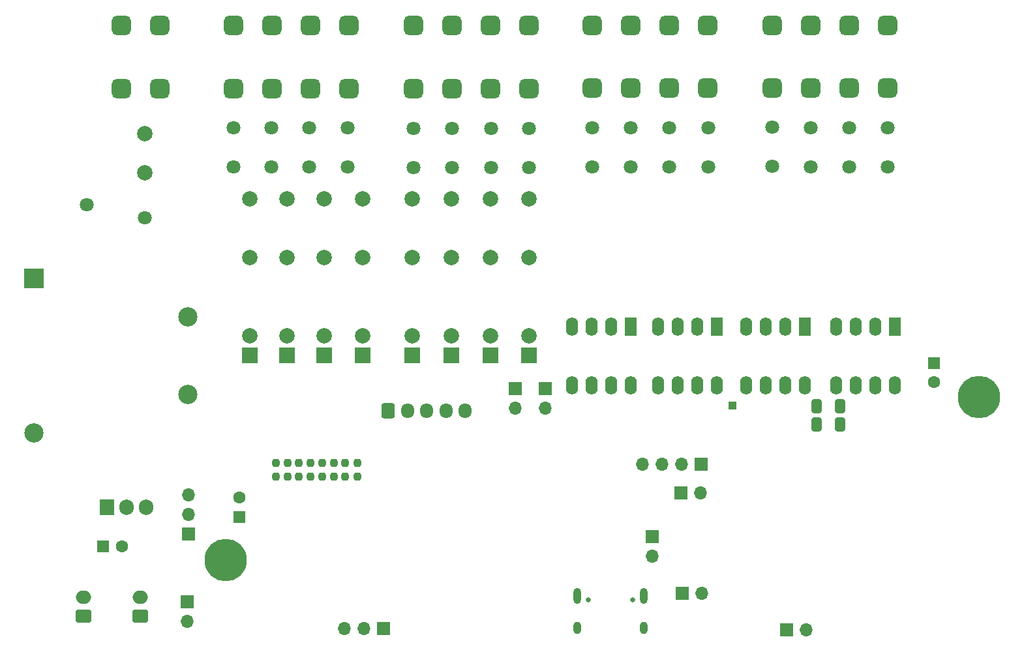
<source format=gbr>
%TF.GenerationSoftware,KiCad,Pcbnew,8.0.4*%
%TF.CreationDate,2024-09-09T03:45:20+02:00*%
%TF.ProjectId,hamodule,68616d6f-6475-46c6-952e-6b696361645f,20240908.24.8-2*%
%TF.SameCoordinates,Original*%
%TF.FileFunction,Soldermask,Bot*%
%TF.FilePolarity,Negative*%
%FSLAX46Y46*%
G04 Gerber Fmt 4.6, Leading zero omitted, Abs format (unit mm)*
G04 Created by KiCad (PCBNEW 8.0.4) date 2024-09-09 03:45:20*
%MOMM*%
%LPD*%
G01*
G04 APERTURE LIST*
G04 Aperture macros list*
%AMRoundRect*
0 Rectangle with rounded corners*
0 $1 Rounding radius*
0 $2 $3 $4 $5 $6 $7 $8 $9 X,Y pos of 4 corners*
0 Add a 4 corners polygon primitive as box body*
4,1,4,$2,$3,$4,$5,$6,$7,$8,$9,$2,$3,0*
0 Add four circle primitives for the rounded corners*
1,1,$1+$1,$2,$3*
1,1,$1+$1,$4,$5*
1,1,$1+$1,$6,$7*
1,1,$1+$1,$8,$9*
0 Add four rect primitives between the rounded corners*
20,1,$1+$1,$2,$3,$4,$5,0*
20,1,$1+$1,$4,$5,$6,$7,0*
20,1,$1+$1,$6,$7,$8,$9,0*
20,1,$1+$1,$8,$9,$2,$3,0*%
G04 Aperture macros list end*
%ADD10R,1.700000X1.700000*%
%ADD11O,1.700000X1.700000*%
%ADD12C,1.800000*%
%ADD13RoundRect,0.250000X0.750000X-0.600000X0.750000X0.600000X-0.750000X0.600000X-0.750000X-0.600000X0*%
%ADD14O,2.000000X1.700000*%
%ADD15R,2.500000X2.500000*%
%ADD16C,2.500000*%
%ADD17R,1.905000X2.000000*%
%ADD18O,1.905000X2.000000*%
%ADD19RoundRect,0.625000X0.625000X0.625000X-0.625000X0.625000X-0.625000X-0.625000X0.625000X-0.625000X0*%
%ADD20C,2.000000*%
%ADD21R,1.600000X2.400000*%
%ADD22O,1.600000X2.400000*%
%ADD23R,1.600000X1.600000*%
%ADD24C,1.600000*%
%ADD25R,2.000000X2.000000*%
%ADD26R,1.000000X1.000000*%
%ADD27C,0.650000*%
%ADD28O,1.000000X2.100000*%
%ADD29O,1.000000X1.600000*%
%ADD30RoundRect,0.250000X-0.600000X-0.725000X0.600000X-0.725000X0.600000X0.725000X-0.600000X0.725000X0*%
%ADD31O,1.700000X1.950000*%
%ADD32C,5.500000*%
%ADD33RoundRect,0.250000X0.412500X0.650000X-0.412500X0.650000X-0.412500X-0.650000X0.412500X-0.650000X0*%
%ADD34RoundRect,0.237500X-0.237500X0.250000X-0.237500X-0.250000X0.237500X-0.250000X0.237500X0.250000X0*%
G04 APERTURE END LIST*
D10*
%TO.C,J5*%
X23674000Y5448400D03*
D11*
X23674000Y2908400D03*
%TD*%
D12*
%TO.C,RV1*%
X10626400Y57005330D03*
X18126400Y55372000D03*
%TD*%
D13*
%TO.C,J1*%
X17574000Y3568700D03*
D14*
X17574000Y6068700D03*
%TD*%
D15*
%TO.C,PS1*%
X3780000Y47421800D03*
D16*
X3780000Y27421800D03*
X23780000Y32421800D03*
X23780000Y42421800D03*
%TD*%
D17*
%TO.C,U1*%
X13242700Y17729200D03*
D18*
X15782700Y17729200D03*
X18322700Y17729200D03*
%TD*%
D19*
%TO.C,J15*%
X44691800Y72136000D03*
X44691800Y80335999D03*
X39691800Y72136000D03*
X39691800Y80335999D03*
X34691800Y72136000D03*
X34691800Y80335999D03*
X29691800Y72136000D03*
X29691800Y80335999D03*
%TD*%
%TO.C,J2*%
X20144000Y72112401D03*
X20144000Y80312400D03*
X15144000Y72112401D03*
X15144000Y80312400D03*
%TD*%
%TO.C,J7*%
X91264000Y72140201D03*
X91264000Y80340200D03*
X86264000Y72140201D03*
X86264000Y80340200D03*
X81264000Y72140201D03*
X81264000Y80340200D03*
X76264000Y72140201D03*
X76264000Y80340200D03*
%TD*%
D20*
%TO.C,F1*%
X18161000Y66243200D03*
X18151000Y61163200D03*
%TD*%
D21*
%TO.C,U4*%
X115513178Y41232282D03*
D22*
X112973178Y41232282D03*
X110433178Y41232282D03*
X107893178Y41232282D03*
X107893178Y33612282D03*
X110433178Y33612282D03*
X112973178Y33612282D03*
X115513178Y33612282D03*
%TD*%
D21*
%TO.C,U7*%
X81205300Y41228800D03*
D22*
X78665300Y41228800D03*
X76125300Y41228800D03*
X73585300Y41228800D03*
X73585300Y33608800D03*
X76125300Y33608800D03*
X78665300Y33608800D03*
X81205300Y33608800D03*
%TD*%
D21*
%TO.C,U6*%
X92381300Y41228800D03*
D22*
X89841300Y41228800D03*
X87301300Y41228800D03*
X84761300Y41228800D03*
X84761300Y33608800D03*
X87301300Y33608800D03*
X89841300Y33608800D03*
X92381300Y33608800D03*
%TD*%
D13*
%TO.C,J4*%
X10174000Y3568700D03*
D14*
X10174000Y6068700D03*
%TD*%
D10*
%TO.C,J10*%
X101429402Y1808701D03*
D11*
X103969402Y1808701D03*
%TD*%
D10*
%TO.C,J19*%
X70174000Y33168400D03*
D11*
X70174000Y30628400D03*
%TD*%
D23*
%TO.C,C19*%
X120624000Y36468400D03*
D24*
X120624000Y33968400D03*
%TD*%
D10*
%TO.C,J14*%
X90364000Y23368400D03*
D11*
X87824000Y23368400D03*
X85284000Y23368400D03*
X82744000Y23368400D03*
%TD*%
D19*
%TO.C,J6*%
X114621702Y72140201D03*
X114621702Y80340200D03*
X109621702Y72140201D03*
X109621702Y80340200D03*
X104621702Y72140201D03*
X104621702Y80340200D03*
X99621702Y72140201D03*
X99621702Y80340200D03*
%TD*%
%TO.C,J16*%
X68059800Y72136000D03*
X68059800Y80335999D03*
X63059800Y72136000D03*
X63059800Y80335999D03*
X58059800Y72136000D03*
X58059800Y80335999D03*
X53059800Y72136000D03*
X53059800Y80335999D03*
%TD*%
D12*
%TO.C,F15*%
X58026800Y61849000D03*
X58026800Y66929000D03*
%TD*%
D25*
%TO.C,K5*%
X52911000Y37424500D03*
D20*
X52911000Y39964500D03*
X52911000Y50124500D03*
X52911000Y57744500D03*
%TD*%
D10*
%TO.C,J12*%
X87724000Y19568400D03*
D11*
X90264000Y19568400D03*
%TD*%
D12*
%TO.C,F4*%
X81228000Y61952500D03*
X81228000Y67032500D03*
%TD*%
D23*
%TO.C,C18*%
X30424000Y16486020D03*
D24*
X30424000Y18986020D03*
%TD*%
D25*
%TO.C,K6*%
X57991000Y37424500D03*
D20*
X57991000Y39964500D03*
X57991000Y50124500D03*
X57991000Y57744500D03*
%TD*%
D12*
%TO.C,F2*%
X91286400Y61952500D03*
X91286400Y67032500D03*
%TD*%
D10*
%TO.C,J17*%
X66274000Y33158400D03*
D11*
X66274000Y30618400D03*
%TD*%
D10*
%TO.C,J13*%
X84039402Y13923701D03*
D11*
X84039402Y11383701D03*
%TD*%
D12*
%TO.C,F7*%
X109626400Y61950600D03*
X109626400Y67030600D03*
%TD*%
D10*
%TO.C,J11*%
X87929800Y6578600D03*
D11*
X90469800Y6578600D03*
%TD*%
D26*
%TO.C,TP1*%
X94424000Y30968400D03*
%TD*%
D12*
%TO.C,F8*%
X104621800Y61950600D03*
X104621800Y67030600D03*
%TD*%
%TO.C,F13*%
X44532300Y61935500D03*
X44532300Y67015500D03*
%TD*%
D21*
%TO.C,U5*%
X103829178Y41232282D03*
D22*
X101289178Y41232282D03*
X98749178Y41232282D03*
X96209178Y41232282D03*
X96209178Y33612282D03*
X98749178Y33612282D03*
X101289178Y33612282D03*
X103829178Y33612282D03*
%TD*%
D10*
%TO.C,J8*%
X49116800Y1966700D03*
D11*
X46576800Y1966700D03*
X44036800Y1966700D03*
%TD*%
D12*
%TO.C,F14*%
X53073800Y61849000D03*
X53073800Y66929000D03*
%TD*%
D27*
%TO.C,J3*%
X75715402Y5692801D03*
X81495402Y5692801D03*
D28*
X74285402Y6222801D03*
D29*
X74285402Y2042801D03*
D28*
X82925402Y6222801D03*
D29*
X82925402Y2042801D03*
%TD*%
D30*
%TO.C,J9*%
X49762400Y30243000D03*
D31*
X52262400Y30243000D03*
X54762400Y30243000D03*
X57262400Y30243000D03*
X59762400Y30243000D03*
%TD*%
D10*
%TO.C,SW1*%
X23834000Y14298400D03*
D11*
X23834000Y16838400D03*
X23834000Y19378400D03*
%TD*%
D12*
%TO.C,F6*%
X114604800Y61950600D03*
X114604800Y67030600D03*
%TD*%
%TO.C,F3*%
X86257200Y61952500D03*
X86257200Y67032500D03*
%TD*%
%TO.C,F16*%
X63106800Y61849000D03*
X63106800Y66929000D03*
%TD*%
D32*
%TO.C,H5*%
X28664000Y10858400D03*
%TD*%
D25*
%TO.C,K1*%
X31818300Y37424500D03*
D20*
X31818300Y39964500D03*
X31818300Y50124500D03*
X31818300Y57744500D03*
%TD*%
D25*
%TO.C,K2*%
X36644300Y37424500D03*
D20*
X36644300Y39964500D03*
X36644300Y50124500D03*
X36644300Y57744500D03*
%TD*%
D12*
%TO.C,F11*%
X34612300Y61935500D03*
X34612300Y67015500D03*
%TD*%
D25*
%TO.C,K4*%
X46423300Y37424500D03*
D20*
X46423300Y39964500D03*
X46423300Y50124500D03*
X46423300Y57744500D03*
%TD*%
D25*
%TO.C,K7*%
X63071000Y37424500D03*
D20*
X63071000Y39964500D03*
X63071000Y50124500D03*
X63071000Y57744500D03*
%TD*%
D25*
%TO.C,K8*%
X68024000Y37424500D03*
D20*
X68024000Y39964500D03*
X68024000Y50124500D03*
X68024000Y57744500D03*
%TD*%
D25*
%TO.C,K3*%
X41470300Y37424500D03*
D20*
X41470300Y39964500D03*
X41470300Y50124500D03*
X41470300Y57744500D03*
%TD*%
D32*
%TO.C,H4*%
X126424000Y32080200D03*
%TD*%
D23*
%TO.C,C12*%
X12734700Y12649200D03*
D24*
X15234700Y12649200D03*
%TD*%
D12*
%TO.C,F9*%
X99621800Y61980000D03*
X99621800Y67060000D03*
%TD*%
%TO.C,F5*%
X76249600Y61952500D03*
X76249600Y67032500D03*
%TD*%
%TO.C,F17*%
X68059800Y61849000D03*
X68059800Y66929000D03*
%TD*%
%TO.C,F10*%
X29659300Y61935500D03*
X29659300Y67015500D03*
%TD*%
%TO.C,F12*%
X39532300Y61935500D03*
X39532300Y67015500D03*
%TD*%
D33*
%TO.C,C2*%
X108449000Y30868400D03*
X105324000Y30868400D03*
%TD*%
D34*
%TO.C,R40*%
X36664000Y23518400D03*
X36664000Y21693400D03*
%TD*%
%TO.C,R39*%
X35174000Y23518400D03*
X35174000Y21693400D03*
%TD*%
%TO.C,R41*%
X38174000Y23518400D03*
X38174000Y21693400D03*
%TD*%
%TO.C,R58*%
X45724000Y23518400D03*
X45724000Y21693400D03*
%TD*%
%TO.C,R43*%
X41174000Y23518400D03*
X41174000Y21693400D03*
%TD*%
%TO.C,R57*%
X44174000Y23518400D03*
X44174000Y21693400D03*
%TD*%
%TO.C,R56*%
X42674000Y23518400D03*
X42674000Y21693400D03*
%TD*%
%TO.C,R42*%
X39674000Y23518400D03*
X39674000Y21693400D03*
%TD*%
D33*
%TO.C,C1*%
X108449000Y28468400D03*
X105324000Y28468400D03*
%TD*%
M02*

</source>
